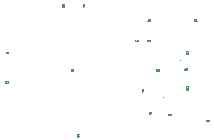
<source format=gbo>
G04*
G04 #@! TF.GenerationSoftware,Altium Limited,Altium Designer,25.1.2 (22)*
G04*
G04 Layer_Color=32896*
%FSLAX44Y44*%
%MOMM*%
G71*
G04*
G04 #@! TF.SameCoordinates,DB710AA7-E77E-4036-8C0A-EA680BC9F52C*
G04*
G04*
G04 #@! TF.FilePolarity,Positive*
G04*
G01*
G75*
%ADD11C,0.0200*%
%ADD43C,0.1000*%
D11*
X132080Y149327D02*
Y149078D01*
X131580Y148578D01*
X131080Y149078D01*
Y149327D01*
X131580Y148578D02*
Y147828D01*
X130581D02*
X130081D01*
X130331D01*
Y149327D01*
X130581Y149078D01*
X162814Y186665D02*
Y185416D01*
X162564Y185166D01*
X162064D01*
X161814Y185416D01*
Y186665D01*
X160315Y185166D02*
X161315D01*
X160315Y186166D01*
Y186416D01*
X160565Y186665D01*
X161065D01*
X161315Y186416D01*
X66040Y185650D02*
Y184400D01*
X65790Y184150D01*
X65290D01*
X65040Y184400D01*
Y185650D01*
X64541Y184150D02*
X64041D01*
X64291D01*
Y185650D01*
X64541Y185400D01*
X181356Y141732D02*
Y143231D01*
X180606D01*
X180356Y142982D01*
Y142482D01*
X180606Y142232D01*
X181356D01*
X180856D02*
X180356Y141732D01*
X178857D02*
X179856D01*
X178857Y142732D01*
Y142982D01*
X179107Y143231D01*
X179607D01*
X179856Y142982D01*
X138684Y184150D02*
Y185650D01*
X137934D01*
X137684Y185400D01*
Y184900D01*
X137934Y184650D01*
X138684D01*
X138184D02*
X137684Y184150D01*
X137184Y185400D02*
X136935Y185650D01*
X136435D01*
X136185Y185400D01*
Y185150D01*
X136435Y184900D01*
X136685D01*
X136435D01*
X136185Y184650D01*
Y184400D01*
X136435Y184150D01*
X136935D01*
X137184Y184400D01*
X131064Y226822D02*
Y228321D01*
X130314D01*
X130064Y228072D01*
Y227572D01*
X130314Y227322D01*
X131064D01*
X130564D02*
X130064Y226822D01*
X129565D02*
X129065D01*
X129315D01*
Y228321D01*
X129565Y228072D01*
X75692Y241300D02*
X74193D01*
Y240550D01*
X74442Y240300D01*
X74942D01*
X75192Y240550D01*
Y241300D01*
Y240800D02*
X75692Y240300D01*
Y239051D02*
X74193D01*
X74942Y239800D01*
Y238801D01*
X169942Y228321D02*
X170442D01*
X170192D01*
Y227072D01*
X170442Y226822D01*
X170692D01*
X170942Y227072D01*
X169443Y228072D02*
X169193Y228321D01*
X168693D01*
X168443Y228072D01*
Y227822D01*
X168693Y227572D01*
X168943D01*
X168693D01*
X168443Y227322D01*
Y227072D01*
X168693Y226822D01*
X169193D01*
X169443Y227072D01*
X162072Y170958D02*
X161822Y171208D01*
Y171708D01*
X162072Y171958D01*
X163072D01*
X163322Y171708D01*
Y171208D01*
X163072Y170958D01*
X163322Y170459D02*
Y169959D01*
Y170209D01*
X161822D01*
X162072Y170459D01*
Y169209D02*
X161822Y168959D01*
Y168459D01*
X162072Y168209D01*
X163072D01*
X163322Y168459D01*
Y168959D01*
X163072Y169209D01*
X162072D01*
Y200168D02*
X161822Y200418D01*
Y200918D01*
X162072Y201168D01*
X163072D01*
X163322Y200918D01*
Y200418D01*
X163072Y200168D01*
Y199669D02*
X163322Y199419D01*
Y198919D01*
X163072Y198669D01*
X162072D01*
X161822Y198919D01*
Y199419D01*
X162072Y199669D01*
X162322D01*
X162572Y199419D01*
Y198669D01*
X147844Y148062D02*
X148094Y148312D01*
X148594D01*
X148844Y148062D01*
Y147062D01*
X148594Y146812D01*
X148094D01*
X147844Y147062D01*
X147345Y148062D02*
X147095Y148312D01*
X146595D01*
X146345Y148062D01*
Y147812D01*
X146595Y147562D01*
X146345Y147312D01*
Y147062D01*
X146595Y146812D01*
X147095D01*
X147345Y147062D01*
Y147312D01*
X147095Y147562D01*
X147345Y147812D01*
Y148062D01*
X147095Y147562D02*
X146595D01*
X124480Y167656D02*
X124230Y167906D01*
Y168406D01*
X124480Y168656D01*
X125480D01*
X125730Y168406D01*
Y167906D01*
X125480Y167656D01*
X124230Y167157D02*
Y166157D01*
X124480D01*
X125480Y167157D01*
X125730D01*
X69616Y130318D02*
X69366Y130568D01*
Y131068D01*
X69616Y131318D01*
X70616D01*
X70866Y131068D01*
Y130568D01*
X70616Y130318D01*
X69366Y128819D02*
X69616Y129319D01*
X70116Y129818D01*
X70616D01*
X70866Y129569D01*
Y129069D01*
X70616Y128819D01*
X70366D01*
X70116Y129069D01*
Y129818D01*
X130318Y210546D02*
X130568Y210795D01*
X131068D01*
X131318Y210546D01*
Y209546D01*
X131068Y209296D01*
X130568D01*
X130318Y209546D01*
X128819Y210795D02*
X129818D01*
Y210046D01*
X129319Y210296D01*
X129069D01*
X128819Y210046D01*
Y209546D01*
X129069Y209296D01*
X129569D01*
X129818Y209546D01*
X120158Y210546D02*
X120408Y210795D01*
X120908D01*
X121158Y210546D01*
Y209546D01*
X120908Y209296D01*
X120408D01*
X120158Y209546D01*
X118909Y209296D02*
Y210795D01*
X119658Y210046D01*
X118659D01*
X10176Y175494D02*
X10426Y175744D01*
X10926D01*
X11176Y175494D01*
Y174494D01*
X10926Y174244D01*
X10426D01*
X10176Y174494D01*
X9676Y175494D02*
X9427Y175744D01*
X8927D01*
X8677Y175494D01*
Y175244D01*
X8927Y174994D01*
X9177D01*
X8927D01*
X8677Y174744D01*
Y174494D01*
X8927Y174244D01*
X9427D01*
X9676Y174494D01*
X56916Y240300D02*
X56666Y240550D01*
Y241050D01*
X56916Y241300D01*
X57916D01*
X58166Y241050D01*
Y240550D01*
X57916Y240300D01*
X58166Y238801D02*
Y239800D01*
X57166Y238801D01*
X56916D01*
X56666Y239051D01*
Y239551D01*
X56916Y239800D01*
X9922Y200386D02*
X10172Y200636D01*
X10672D01*
X10922Y200386D01*
Y199386D01*
X10672Y199136D01*
X10172D01*
X9922Y199386D01*
X9423Y199136D02*
X8923D01*
X9173D01*
Y200636D01*
X9423Y200386D01*
D43*
X19500Y231000D02*
G03*
X19500Y231000I-500J0D01*
G01*
X142500Y162000D02*
G03*
X142500Y162000I-500J0D01*
G01*
X157000Y193000D02*
G03*
X157000Y193000I-500J0D01*
G01*
M02*

</source>
